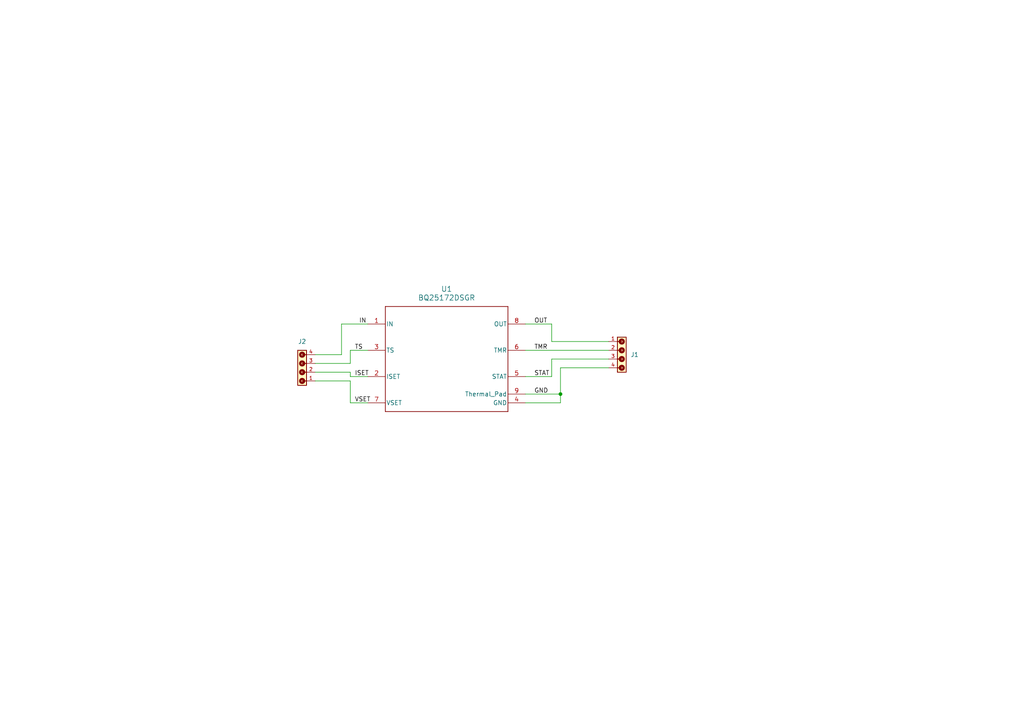
<source format=kicad_sch>
(kicad_sch (version 20231120) (generator "eeschema") (generator_version "8.0")
  (paper "A4")
  (lib_symbols
    (symbol "Capstone:6130XX11121_61300411121" (pin_names (offset 1.016))
      (property "Reference" "J" (at -7.62 -1.778 0))
      (symbol "6130XX11121_61300411121_0_0"
        (rectangle (start -6.35 -2.54) (end 3.81 0) (stroke (width 0.254)) (fill (type background)))
        (circle (center -5.08 -1.27) (radius 0.254) (stroke (width 0.635)))
        (circle (center -2.54 -1.27) (radius 0.254) (stroke (width 0.635)))
        (circle (center 0 -1.27) (radius 0.254) (stroke (width 0.635)))
        (polyline (pts (xy -5.08 -1.27) (xy -5.08 -2.54)) (stroke (width 0.254)))
        (polyline (pts (xy -2.54 -1.27) (xy -2.54 -2.54)) (stroke (width 0.254)))
        (polyline (pts (xy 0 -1.27) (xy 0 -2.54)) (stroke (width 0.254)))
        (polyline (pts (xy 2.54 -1.27) (xy 2.54 -2.54)) (stroke (width 0.254)))
        (circle (center 2.54 -1.27) (radius 0.254) (stroke (width 0.635)))
        (pin passive line (at -5.08 -5.08 90) (length 2.54) (name "~") (number "1"))
        (pin passive line (at -2.54 -5.08 90) (length 2.54) (name "~") (number "2"))
        (pin passive line (at 0 -5.08 90) (length 2.54) (name "~") (number "3"))
        (pin passive line (at 2.54 -5.08 90) (length 2.54) (name "~") (number "4"))
      )
    )
    (symbol "Capstone:BQ25172DSGR" (pin_names (offset 0.254))
      (property "Reference" "U" (at 5.842 6.604 0))
      (property "Value" "BQ25172DSGR" (at 23.114 6.604 0))
      (symbol "BQ25172DSGR_0_1"
        (polyline (pts (xy 5.08 -25.4) (xy 40.64 -25.4)) (stroke (width 0.2032)))
        (polyline (pts (xy 5.08 5.08) (xy 5.08 -25.4)) (stroke (width 0.2032)))
        (polyline (pts (xy 40.64 -25.4) (xy 40.64 5.08)) (stroke (width 0.2032)))
        (polyline (pts (xy 40.64 5.08) (xy 5.08 5.08)) (stroke (width 0.2032)))
        (pin power_in line (at 0 0 0) (length 5.08) (name "IN") (number "1"))
        (pin unspecified line (at 0 -15.24 0) (length 5.08) (name "ISET") (number "2"))
        (pin unspecified line (at 0 -7.62 0) (length 5.08) (name "TS") (number "3"))
        (pin power_in line (at 45.72 -22.86 180) (length 5.08) (name "GND") (number "4"))
        (pin unspecified line (at 45.72 -15.24 180) (length 5.08) (name "STAT") (number "5"))
        (pin input line (at 45.72 -7.62 180) (length 5.08) (name "TMR") (number "6"))
        (pin unspecified line (at 0 -22.86 0) (length 5.08) (name "VSET") (number "7"))
        (pin unspecified line (at 45.72 0 180) (length 5.08) (name "OUT") (number "8"))
        (pin unspecified line (at 45.72 -20.32 180) (length 5.08) (name "Thermal_Pad") (number "9"))
      )
    )
  )
  (junction (at 162.56 114.3))
  (wire (pts (xy 91.44 107.95) (xy 101.6 107.95)))
  (wire (pts (xy 152.4 114.3) (xy 162.56 114.3)))
  (wire (pts (xy 101.6 101.6) (xy 106.68 101.6)))
  (wire (pts (xy 152.4 116.84) (xy 162.56 116.84)))
  (wire (pts (xy 91.44 105.41) (xy 101.6 105.41)))
  (wire (pts (xy 152.4 109.22) (xy 160.02 109.22)))
  (wire (pts (xy 162.56 114.3) (xy 162.56 106.68)))
  (wire (pts (xy 152.4 101.6) (xy 176.53 101.6)))
  (wire (pts (xy 152.4 93.98) (xy 160.02 93.98)))
  (wire (pts (xy 91.44 102.87) (xy 99.06 102.87)))
  (wire (pts (xy 162.56 116.84) (xy 162.56 114.3)))
  (wire (pts (xy 101.6 109.22) (xy 106.68 109.22)))
  (wire (pts (xy 160.02 104.14) (xy 176.53 104.14)))
  (wire (pts (xy 160.02 109.22) (xy 160.02 104.14)))
  (wire (pts (xy 91.44 110.49) (xy 101.6 110.49)))
  (wire (pts (xy 101.6 107.95) (xy 101.6 109.22)))
  (wire (pts (xy 162.56 106.68) (xy 176.53 106.68)))
  (wire (pts (xy 160.02 93.98) (xy 160.02 99.06)))
  (wire (pts (xy 160.02 99.06) (xy 176.53 99.06)))
  (wire (pts (xy 99.06 102.87) (xy 99.06 93.98)))
  (wire (pts (xy 101.6 105.41) (xy 101.6 101.6)))
  (wire (pts (xy 101.6 110.49) (xy 101.6 116.84)))
  (wire (pts (xy 99.06 93.98) (xy 106.68 93.98)))
  (wire (pts (xy 101.6 116.84) (xy 106.68 116.84)))
  (label "ISET" (at 102.87 109.22 0))
  (label "OUT" (at 154.94 93.98 0))
  (label "GND" (at 154.94 114.3 0))
  (label "STAT" (at 154.94 109.22 0))
  (label "TMR" (at 154.94 101.6 0))
  (label "VSET" (at 102.87 116.84 0))
  (label "TS" (at 102.87 101.6 0))
  (label "IN" (at 104.14 93.98 0))
  (symbol (lib_id "Capstone:BQ25172DSGR") (at 106.68 93.98 0) (unit 1)
    (property "Reference" "U1" (at 129.54 83.82 0) (effects (font (size 1.524 1.524))))
    (property "Value" "BQ25172DSGR" (at 129.54 86.36 0) (effects (font (size 1.524 1.524))))
    (property "Footprint" "Capstone:DSG0008A-IPC_A" (effects (hide yes)))
    (property "Datasheet" "BQ25172DSGR" (effects (hide yes)))
  )
  (symbol (lib_id "Capstone:6130XX11121_61300411121") (at 86.36 105.41 90) (unit 1)
    (property "Reference" "J2" (at 87.63 99.06 90))
    (property "Value" "61300411121" (effects (hide yes)))
    (property "Footprint" "Capstone:61300411121" (effects (hide yes)))
    (property "ROWS" "Single" (effects (hide yes)))
    (property "GENDER" "Pin Header" (effects (hide yes)))
    (property "MOUNT" "THT" (effects (hide yes)))
    (property "IR" "3A" (effects (hide yes)))
    (property "PACKAGING" "Bag" (effects (hide yes)))
    (property "PART-NUMBER" "61300411121" (effects (hide yes)))
    (property "DATASHEET-URL" "https://www.we-online.com/redexpert/spec/61300411121?ae" (effects (hide yes)))
    (property "PITCH" "2.54mm" (effects (hide yes)))
    (property "PINS" "4" (effects (hide yes)))
    (property "TYPE" "Straight" (effects (hide yes)))
  )
  (symbol (lib_id "Capstone:6130XX11121_61300411121") (at 181.61 104.14 270) (unit 1)
    (property "Reference" "J1" (at 182.88 102.8699 90) (effects (justify left)))
    (property "Value" "61300411121" (effects (hide yes)))
    (property "Footprint" "Capstone:61300411121" (effects (hide yes)))
    (property "ROWS" "Single" (effects (hide yes)))
    (property "GENDER" "Pin Header" (effects (hide yes)))
    (property "MOUNT" "THT" (effects (hide yes)))
    (property "IR" "3A" (effects (hide yes)))
    (property "PACKAGING" "Bag" (effects (hide yes)))
    (property "PART-NUMBER" "61300411121" (effects (hide yes)))
    (property "DATASHEET-URL" "https://www.we-online.com/redexpert/spec/61300411121?ae" (effects (hide yes)))
    (property "PITCH" "2.54mm" (effects (hide yes)))
    (property "PINS" "4" (effects (hide yes)))
    (property "TYPE" "Straight" (effects (hide yes)))
  )
)
</source>
